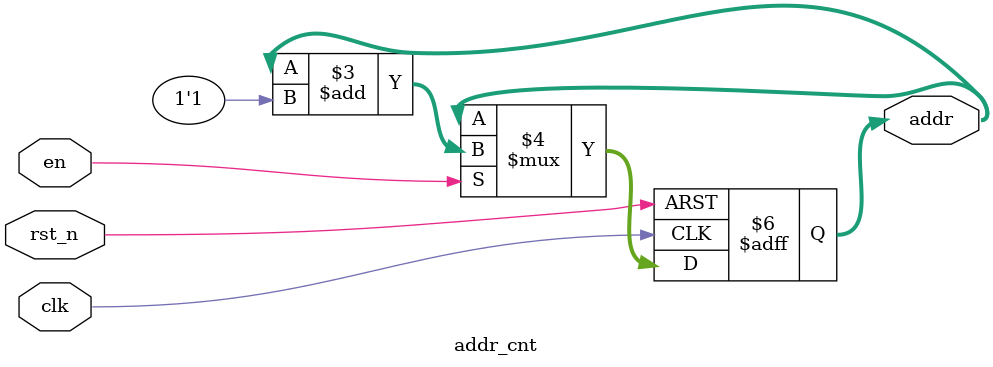
<source format=sv>


module addr_cnt (
    input   logic               rst_n,
    input   logic               clk, 
    input   logic               en,
    output  logic [7:0]         addr
);

always_ff @( negedge rst_n or posedge clk ) begin : addr_cnt
    if (~rst_n)begin
        addr         <= '0;
    end
    else if(en) begin
        addr         <= addr + 1'b1;       
    end
end

endmodule
</source>
